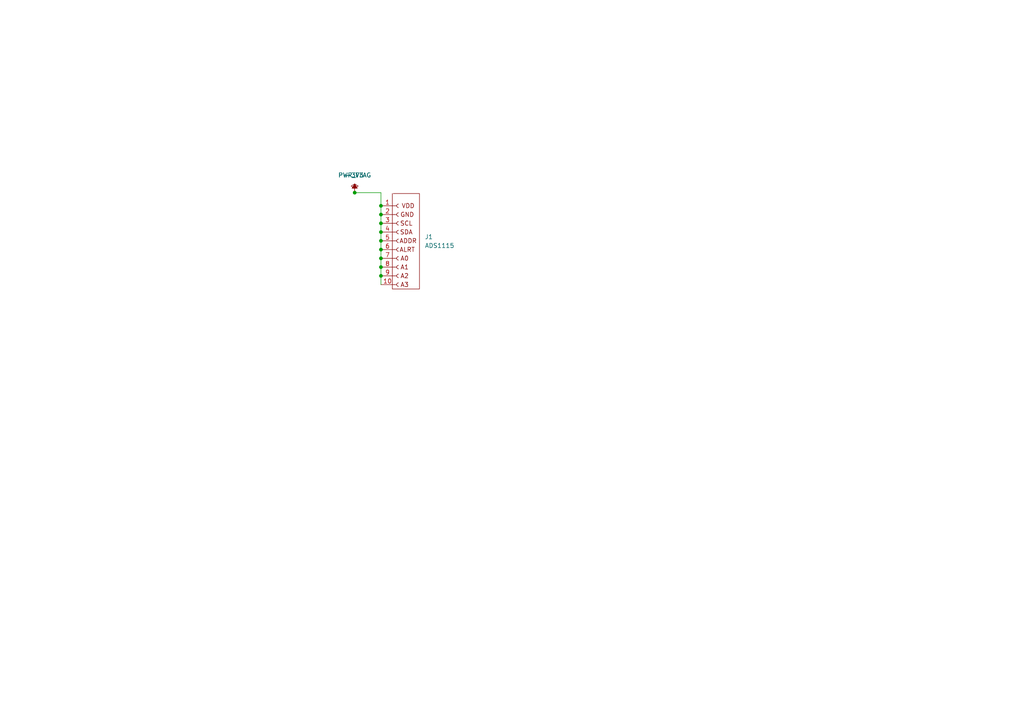
<source format=kicad_sch>
(kicad_sch (version 20231120) (generator "eeschema") (generator_version "8.0")
  (paper "A4")
  (lib_symbols
    (symbol "aoit:ADS1115" (pin_names (offset 1.016) hide)
      (property "Reference" "J" (at 0 12.7 0))
      (property "Value" "ADS1115" (at 0 -15.24 0))
      (symbol "ADS1115_1_1"
        (arc (start 0 -12.192) (mid -0.5058 -12.7) (end 0 -13.208) (stroke (width 0.1524)))
        (arc (start 0 -9.652) (mid -0.5058 -10.16) (end 0 -10.668) (stroke (width 0.1524)))
        (arc (start 0 -7.112) (mid -0.5058 -7.62) (end 0 -8.128) (stroke (width 0.1524)))
        (arc (start 0 -4.572) (mid -0.5058 -5.08) (end 0 -5.588) (stroke (width 0.1524)))
        (arc (start 0 -2.032) (mid -0.5058 -2.54) (end 0 -3.048) (stroke (width 0.1524)))
        (polyline (pts (xy -1.27 -12.7) (xy -0.508 -12.7)) (stroke (width 0.1524)))
        (polyline (pts (xy -1.27 -10.16) (xy -0.508 -10.16)) (stroke (width 0.1524)))
        (polyline (pts (xy -1.27 -7.62) (xy -0.508 -7.62)) (stroke (width 0.1524)))
        (polyline (pts (xy -1.27 -5.08) (xy -0.508 -5.08)) (stroke (width 0.1524)))
        (polyline (pts (xy -1.27 -2.54) (xy -0.508 -2.54)) (stroke (width 0.1524)))
        (polyline (pts (xy -1.27 0) (xy -0.508 0)) (stroke (width 0.1524)))
        (polyline (pts (xy -1.27 2.54) (xy -0.508 2.54)) (stroke (width 0.1524)))
        (polyline (pts (xy -1.27 5.08) (xy -0.508 5.08)) (stroke (width 0.1524)))
        (polyline (pts (xy -1.27 7.62) (xy -0.508 7.62)) (stroke (width 0.1524)))
        (polyline (pts (xy -1.27 10.16) (xy -0.508 10.16)) (stroke (width 0.1524)))
        (polyline (pts (xy -1.778 13.716) (xy -1.778 -13.97) (xy 6.096 -13.97) (xy 6.096 13.716) (xy -1.524 13.716)))
        (arc (start 0 0.508) (mid -0.5058 0) (end 0 -0.508) (stroke (width 0.1524)))
        (arc (start 0 3.048) (mid -0.5058 2.54) (end 0 2.032) (stroke (width 0.1524)))
        (arc (start 0 5.588) (mid -0.5058 5.08) (end 0 4.572) (stroke (width 0.1524)))
        (arc (start 0 8.128) (mid -0.5058 7.62) (end 0 7.112) (stroke (width 0.1524)))
        (arc (start 0 10.668) (mid -0.5058 10.16) (end 0 9.652) (stroke (width 0.1524)))
        (text "A0" (at 1.778 -5.08 0) (effects (font (size 1.27 1.27))))
        (text "A1" (at 1.778 -7.62 0) (effects (font (size 1.27 1.27))))
        (text "A2" (at 1.778 -10.16 0) (effects (font (size 1.27 1.27))))
        (text "A3" (at 1.778 -12.7 0) (effects (font (size 1.27 1.27))))
        (text "ADDR" (at 2.794 0 0) (effects (font (size 1.27 1.27))))
        (text "ALRT" (at 2.54 -2.54 0) (effects (font (size 1.27 1.27))))
        (text "GND" (at 2.54 7.62 0) (effects (font (size 1.27 1.27))))
        (text "SCL" (at 2.286 5.08 0) (effects (font (size 1.27 1.27))))
        (text "SDA" (at 2.286 2.54 0) (effects (font (size 1.27 1.27))))
        (text "VDD" (at 2.794 10.16 0) (effects (font (size 1.27 1.27))))
        (pin passive line (at -5.08 10.16 0) (length 3.81) (name "Pin_1") (number "1"))
        (pin passive line (at -5.08 -12.7 0) (length 3.81) (name "Pin_10") (number "10"))
        (pin passive line (at -5.08 7.62 0) (length 3.81) (name "Pin_2") (number "2"))
        (pin passive line (at -5.08 5.08 0) (length 3.81) (name "Pin_3") (number "3"))
        (pin passive line (at -5.08 2.54 0) (length 3.81) (name "Pin_4") (number "4"))
        (pin passive line (at -5.08 0 0) (length 3.81) (name "Pin_5") (number "5"))
        (pin passive line (at -5.08 -2.54 0) (length 3.81) (name "Pin_6") (number "6"))
        (pin passive line (at -5.08 -5.08 0) (length 3.81) (name "Pin_7") (number "7"))
        (pin passive line (at -5.08 -7.62 0) (length 3.81) (name "Pin_8") (number "8"))
        (pin passive line (at -5.08 -10.16 0) (length 3.81) (name "Pin_9") (number "9"))
      )
    )
    (symbol "power:-3V3" (power) (pin_numbers hide) (pin_names (offset 0) hide)
      (property "Value" "-3V3" (at 0 3.556 0))
      (symbol "-3V3_0_0"
        (pin power_in line (at 0 0 90) (length 0) (name "~") (number "1"))
      )
      (symbol "-3V3_0_1"
        (polyline (pts (xy 0 0) (xy 0 1.27) (xy 0.762 1.27) (xy 0 2.54) (xy -0.762 1.27) (xy 0 1.27)) (fill (type outline)))
      )
    )
    (symbol "power:PWR_FLAG" (power) (pin_numbers hide) (pin_names (offset 0) hide)
      (property "Value" "PWR_FLAG" (at 0 3.81 0))
      (symbol "PWR_FLAG_0_0"
        (pin power_out line (at 0 0 90) (length 0) (name "~") (number "1"))
      )
      (symbol "PWR_FLAG_0_1"
        (polyline (pts (xy 0 0) (xy 0 1.27) (xy -1.016 1.905) (xy 0 2.54) (xy 1.016 1.905) (xy 0 1.27)))
      )
    )
  )
  (junction (at 110.49 74.93))
  (junction (at 110.49 72.39))
  (junction (at 110.49 59.69))
  (junction (at 110.49 67.31))
  (junction (at 110.49 69.85))
  (junction (at 110.49 77.47))
  (junction (at 110.49 80.01))
  (junction (at 110.49 64.77))
  (junction (at 110.49 62.23))
  (junction (at 102.87 55.88))
  (wire (pts (xy 110.49 62.23) (xy 110.49 64.77)))
  (wire (pts (xy 110.49 72.39) (xy 110.49 74.93)))
  (wire (pts (xy 110.49 69.85) (xy 110.49 72.39)))
  (wire (pts (xy 110.49 59.69) (xy 110.49 62.23)))
  (wire (pts (xy 110.49 55.88) (xy 102.87 55.88)))
  (wire (pts (xy 110.49 59.69) (xy 110.49 55.88)))
  (wire (pts (xy 110.49 74.93) (xy 110.49 77.47)))
  (wire (pts (xy 110.49 64.77) (xy 110.49 67.31)))
  (wire (pts (xy 110.49 80.01) (xy 110.49 82.55)))
  (wire (pts (xy 110.49 67.31) (xy 110.49 69.85)))
  (wire (pts (xy 110.49 77.47) (xy 110.49 80.01)))
  (symbol (lib_id "power:-3V3") (at 102.87 55.88 0) (unit 1)
    (property "Reference" "#PWR01" (effects (hide yes)))
    (property "Value" "-3V3" (at 102.87 50.8 0))
    (property "Description" "Power symbol creates a global label with name \"-3V3\"" (effects (hide yes)))
  )
  (symbol (lib_id "power:PWR_FLAG") (at 102.87 55.88 0) (unit 1)
    (property "Reference" "#FLG01" (effects (hide yes)))
    (property "Value" "PWR_FLAG" (at 102.87 50.8 0))
    (property "Description" "Special symbol for telling ERC where power comes from" (effects (hide yes)))
  )
  (symbol (lib_id "aoit:ADS1115") (at 115.57 69.85 0) (unit 1)
    (property "Reference" "J1" (at 123.19 68.7069 0) (effects (justify left)))
    (property "Value" "ADS1115" (at 123.19 71.2469 0) (effects (justify left)))
    (property "Footprint" "footprints:ADC1115_ADC_Module" (effects (hide yes)))
    (property "Description" "10 pin inline breakout board" (effects (hide yes)))
  )
)
</source>
